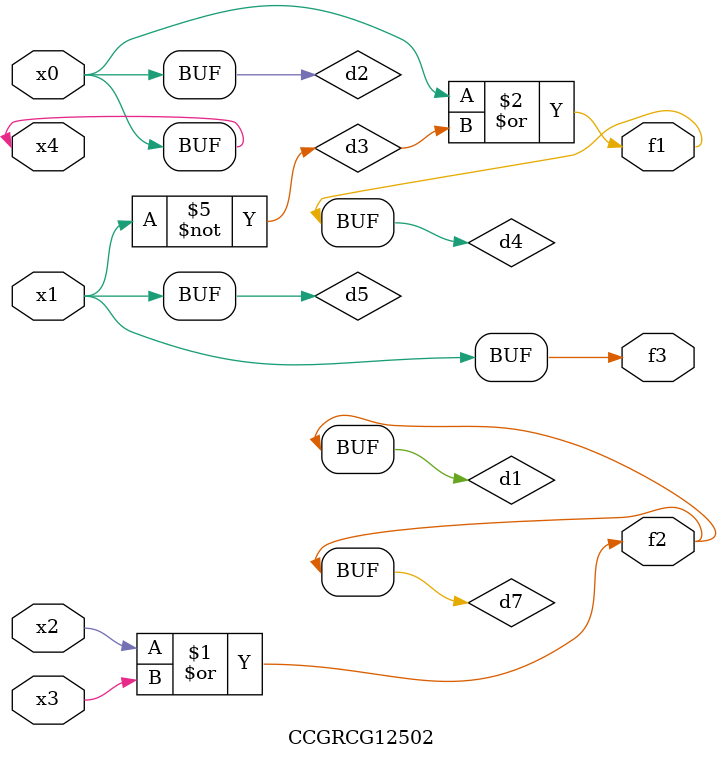
<source format=v>
module CCGRCG12502(
	input x0, x1, x2, x3, x4,
	output f1, f2, f3
);

	wire d1, d2, d3, d4, d5, d6, d7;

	or (d1, x2, x3);
	buf (d2, x0, x4);
	not (d3, x1);
	or (d4, d2, d3);
	not (d5, d3);
	nand (d6, d1, d3);
	or (d7, d1);
	assign f1 = d4;
	assign f2 = d7;
	assign f3 = d5;
endmodule

</source>
